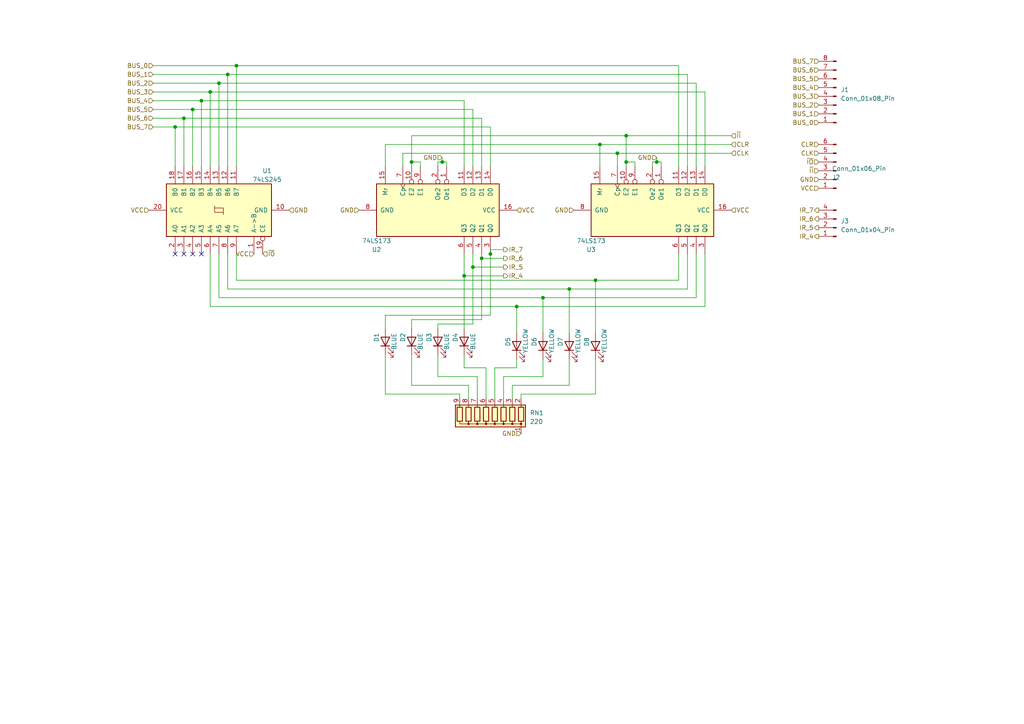
<source format=kicad_sch>
(kicad_sch (version 20230121) (generator eeschema)

  (uuid 2474ab13-a6b5-4f8d-93f9-125f5cc50f89)

  (paper "A4")

  (lib_symbols
    (symbol "74xx:74LS173" (pin_names (offset 1.016)) (in_bom yes) (on_board yes)
      (property "Reference" "U" (at -7.62 19.05 0)
        (effects (font (size 1.27 1.27)))
      )
      (property "Value" "74LS173" (at -7.62 -19.05 0)
        (effects (font (size 1.27 1.27)))
      )
      (property "Footprint" "" (at 0 0 0)
        (effects (font (size 1.27 1.27)) hide)
      )
      (property "Datasheet" "http://www.ti.com/lit/gpn/sn74LS173" (at 0 0 0)
        (effects (font (size 1.27 1.27)) hide)
      )
      (property "ki_locked" "" (at 0 0 0)
        (effects (font (size 1.27 1.27)))
      )
      (property "ki_keywords" "TTL REG REG4 3State DFF" (at 0 0 0)
        (effects (font (size 1.27 1.27)) hide)
      )
      (property "ki_description" "4-bit D-type Register, 3 state out" (at 0 0 0)
        (effects (font (size 1.27 1.27)) hide)
      )
      (property "ki_fp_filters" "DIP?16*" (at 0 0 0)
        (effects (font (size 1.27 1.27)) hide)
      )
      (symbol "74LS173_1_0"
        (pin input inverted (at -12.7 2.54 0) (length 5.08)
          (name "Oe1" (effects (font (size 1.27 1.27))))
          (number "1" (effects (font (size 1.27 1.27))))
        )
        (pin input inverted (at -12.7 -7.62 0) (length 5.08)
          (name "E2" (effects (font (size 1.27 1.27))))
          (number "10" (effects (font (size 1.27 1.27))))
        )
        (pin input line (at -12.7 7.62 0) (length 5.08)
          (name "D3" (effects (font (size 1.27 1.27))))
          (number "11" (effects (font (size 1.27 1.27))))
        )
        (pin input line (at -12.7 10.16 0) (length 5.08)
          (name "D2" (effects (font (size 1.27 1.27))))
          (number "12" (effects (font (size 1.27 1.27))))
        )
        (pin input line (at -12.7 12.7 0) (length 5.08)
          (name "D1" (effects (font (size 1.27 1.27))))
          (number "13" (effects (font (size 1.27 1.27))))
        )
        (pin input line (at -12.7 15.24 0) (length 5.08)
          (name "D0" (effects (font (size 1.27 1.27))))
          (number "14" (effects (font (size 1.27 1.27))))
        )
        (pin input line (at -12.7 -15.24 0) (length 5.08)
          (name "Mr" (effects (font (size 1.27 1.27))))
          (number "15" (effects (font (size 1.27 1.27))))
        )
        (pin power_in line (at 0 22.86 270) (length 5.08)
          (name "VCC" (effects (font (size 1.27 1.27))))
          (number "16" (effects (font (size 1.27 1.27))))
        )
        (pin input inverted (at -12.7 0 0) (length 5.08)
          (name "Oe2" (effects (font (size 1.27 1.27))))
          (number "2" (effects (font (size 1.27 1.27))))
        )
        (pin tri_state line (at 12.7 15.24 180) (length 5.08)
          (name "Q0" (effects (font (size 1.27 1.27))))
          (number "3" (effects (font (size 1.27 1.27))))
        )
        (pin tri_state line (at 12.7 12.7 180) (length 5.08)
          (name "Q1" (effects (font (size 1.27 1.27))))
          (number "4" (effects (font (size 1.27 1.27))))
        )
        (pin tri_state line (at 12.7 10.16 180) (length 5.08)
          (name "Q2" (effects (font (size 1.27 1.27))))
          (number "5" (effects (font (size 1.27 1.27))))
        )
        (pin tri_state line (at 12.7 7.62 180) (length 5.08)
          (name "Q3" (effects (font (size 1.27 1.27))))
          (number "6" (effects (font (size 1.27 1.27))))
        )
        (pin input clock (at -12.7 -10.16 0) (length 5.08)
          (name "Cp" (effects (font (size 1.27 1.27))))
          (number "7" (effects (font (size 1.27 1.27))))
        )
        (pin power_in line (at 0 -22.86 90) (length 5.08)
          (name "GND" (effects (font (size 1.27 1.27))))
          (number "8" (effects (font (size 1.27 1.27))))
        )
        (pin input inverted (at -12.7 -5.08 0) (length 5.08)
          (name "E1" (effects (font (size 1.27 1.27))))
          (number "9" (effects (font (size 1.27 1.27))))
        )
      )
      (symbol "74LS173_1_1"
        (rectangle (start -7.62 17.78) (end 7.62 -17.78)
          (stroke (width 0.254) (type default))
          (fill (type background))
        )
      )
    )
    (symbol "74xx:74LS245" (pin_names (offset 1.016)) (in_bom yes) (on_board yes)
      (property "Reference" "U" (at -7.62 16.51 0)
        (effects (font (size 1.27 1.27)))
      )
      (property "Value" "74LS245" (at -7.62 -16.51 0)
        (effects (font (size 1.27 1.27)))
      )
      (property "Footprint" "" (at 0 0 0)
        (effects (font (size 1.27 1.27)) hide)
      )
      (property "Datasheet" "http://www.ti.com/lit/gpn/sn74LS245" (at 0 0 0)
        (effects (font (size 1.27 1.27)) hide)
      )
      (property "ki_locked" "" (at 0 0 0)
        (effects (font (size 1.27 1.27)))
      )
      (property "ki_keywords" "TTL BUS 3State" (at 0 0 0)
        (effects (font (size 1.27 1.27)) hide)
      )
      (property "ki_description" "Octal BUS Transceivers, 3-State outputs" (at 0 0 0)
        (effects (font (size 1.27 1.27)) hide)
      )
      (property "ki_fp_filters" "DIP?20*" (at 0 0 0)
        (effects (font (size 1.27 1.27)) hide)
      )
      (symbol "74LS245_1_0"
        (polyline
          (pts
            (xy -0.635 -1.27)
            (xy -0.635 1.27)
            (xy 0.635 1.27)
          )
          (stroke (width 0) (type default))
          (fill (type none))
        )
        (polyline
          (pts
            (xy -1.27 -1.27)
            (xy 0.635 -1.27)
            (xy 0.635 1.27)
            (xy 1.27 1.27)
          )
          (stroke (width 0) (type default))
          (fill (type none))
        )
        (pin input line (at -12.7 -10.16 0) (length 5.08)
          (name "A->B" (effects (font (size 1.27 1.27))))
          (number "1" (effects (font (size 1.27 1.27))))
        )
        (pin power_in line (at 0 -20.32 90) (length 5.08)
          (name "GND" (effects (font (size 1.27 1.27))))
          (number "10" (effects (font (size 1.27 1.27))))
        )
        (pin tri_state line (at 12.7 -5.08 180) (length 5.08)
          (name "B7" (effects (font (size 1.27 1.27))))
          (number "11" (effects (font (size 1.27 1.27))))
        )
        (pin tri_state line (at 12.7 -2.54 180) (length 5.08)
          (name "B6" (effects (font (size 1.27 1.27))))
          (number "12" (effects (font (size 1.27 1.27))))
        )
        (pin tri_state line (at 12.7 0 180) (length 5.08)
          (name "B5" (effects (font (size 1.27 1.27))))
          (number "13" (effects (font (size 1.27 1.27))))
        )
        (pin tri_state line (at 12.7 2.54 180) (length 5.08)
          (name "B4" (effects (font (size 1.27 1.27))))
          (number "14" (effects (font (size 1.27 1.27))))
        )
        (pin tri_state line (at 12.7 5.08 180) (length 5.08)
          (name "B3" (effects (font (size 1.27 1.27))))
          (number "15" (effects (font (size 1.27 1.27))))
        )
        (pin tri_state line (at 12.7 7.62 180) (length 5.08)
          (name "B2" (effects (font (size 1.27 1.27))))
          (number "16" (effects (font (size 1.27 1.27))))
        )
        (pin tri_state line (at 12.7 10.16 180) (length 5.08)
          (name "B1" (effects (font (size 1.27 1.27))))
          (number "17" (effects (font (size 1.27 1.27))))
        )
        (pin tri_state line (at 12.7 12.7 180) (length 5.08)
          (name "B0" (effects (font (size 1.27 1.27))))
          (number "18" (effects (font (size 1.27 1.27))))
        )
        (pin input inverted (at -12.7 -12.7 0) (length 5.08)
          (name "CE" (effects (font (size 1.27 1.27))))
          (number "19" (effects (font (size 1.27 1.27))))
        )
        (pin tri_state line (at -12.7 12.7 0) (length 5.08)
          (name "A0" (effects (font (size 1.27 1.27))))
          (number "2" (effects (font (size 1.27 1.27))))
        )
        (pin power_in line (at 0 20.32 270) (length 5.08)
          (name "VCC" (effects (font (size 1.27 1.27))))
          (number "20" (effects (font (size 1.27 1.27))))
        )
        (pin tri_state line (at -12.7 10.16 0) (length 5.08)
          (name "A1" (effects (font (size 1.27 1.27))))
          (number "3" (effects (font (size 1.27 1.27))))
        )
        (pin tri_state line (at -12.7 7.62 0) (length 5.08)
          (name "A2" (effects (font (size 1.27 1.27))))
          (number "4" (effects (font (size 1.27 1.27))))
        )
        (pin tri_state line (at -12.7 5.08 0) (length 5.08)
          (name "A3" (effects (font (size 1.27 1.27))))
          (number "5" (effects (font (size 1.27 1.27))))
        )
        (pin tri_state line (at -12.7 2.54 0) (length 5.08)
          (name "A4" (effects (font (size 1.27 1.27))))
          (number "6" (effects (font (size 1.27 1.27))))
        )
        (pin tri_state line (at -12.7 0 0) (length 5.08)
          (name "A5" (effects (font (size 1.27 1.27))))
          (number "7" (effects (font (size 1.27 1.27))))
        )
        (pin tri_state line (at -12.7 -2.54 0) (length 5.08)
          (name "A6" (effects (font (size 1.27 1.27))))
          (number "8" (effects (font (size 1.27 1.27))))
        )
        (pin tri_state line (at -12.7 -5.08 0) (length 5.08)
          (name "A7" (effects (font (size 1.27 1.27))))
          (number "9" (effects (font (size 1.27 1.27))))
        )
      )
      (symbol "74LS245_1_1"
        (rectangle (start -7.62 15.24) (end 7.62 -15.24)
          (stroke (width 0.254) (type default))
          (fill (type background))
        )
      )
    )
    (symbol "Connector:Conn_01x04_Pin" (pin_names (offset 1.016) hide) (in_bom yes) (on_board yes)
      (property "Reference" "J" (at 0 5.08 0)
        (effects (font (size 1.27 1.27)))
      )
      (property "Value" "Conn_01x04_Pin" (at 0 -7.62 0)
        (effects (font (size 1.27 1.27)))
      )
      (property "Footprint" "" (at 0 0 0)
        (effects (font (size 1.27 1.27)) hide)
      )
      (property "Datasheet" "~" (at 0 0 0)
        (effects (font (size 1.27 1.27)) hide)
      )
      (property "ki_locked" "" (at 0 0 0)
        (effects (font (size 1.27 1.27)))
      )
      (property "ki_keywords" "connector" (at 0 0 0)
        (effects (font (size 1.27 1.27)) hide)
      )
      (property "ki_description" "Generic connector, single row, 01x04, script generated" (at 0 0 0)
        (effects (font (size 1.27 1.27)) hide)
      )
      (property "ki_fp_filters" "Connector*:*_1x??_*" (at 0 0 0)
        (effects (font (size 1.27 1.27)) hide)
      )
      (symbol "Conn_01x04_Pin_1_1"
        (polyline
          (pts
            (xy 1.27 -5.08)
            (xy 0.8636 -5.08)
          )
          (stroke (width 0.1524) (type default))
          (fill (type none))
        )
        (polyline
          (pts
            (xy 1.27 -2.54)
            (xy 0.8636 -2.54)
          )
          (stroke (width 0.1524) (type default))
          (fill (type none))
        )
        (polyline
          (pts
            (xy 1.27 0)
            (xy 0.8636 0)
          )
          (stroke (width 0.1524) (type default))
          (fill (type none))
        )
        (polyline
          (pts
            (xy 1.27 2.54)
            (xy 0.8636 2.54)
          )
          (stroke (width 0.1524) (type default))
          (fill (type none))
        )
        (rectangle (start 0.8636 -4.953) (end 0 -5.207)
          (stroke (width 0.1524) (type default))
          (fill (type outline))
        )
        (rectangle (start 0.8636 -2.413) (end 0 -2.667)
          (stroke (width 0.1524) (type default))
          (fill (type outline))
        )
        (rectangle (start 0.8636 0.127) (end 0 -0.127)
          (stroke (width 0.1524) (type default))
          (fill (type outline))
        )
        (rectangle (start 0.8636 2.667) (end 0 2.413)
          (stroke (width 0.1524) (type default))
          (fill (type outline))
        )
        (pin passive line (at 5.08 2.54 180) (length 3.81)
          (name "Pin_1" (effects (font (size 1.27 1.27))))
          (number "1" (effects (font (size 1.27 1.27))))
        )
        (pin passive line (at 5.08 0 180) (length 3.81)
          (name "Pin_2" (effects (font (size 1.27 1.27))))
          (number "2" (effects (font (size 1.27 1.27))))
        )
        (pin passive line (at 5.08 -2.54 180) (length 3.81)
          (name "Pin_3" (effects (font (size 1.27 1.27))))
          (number "3" (effects (font (size 1.27 1.27))))
        )
        (pin passive line (at 5.08 -5.08 180) (length 3.81)
          (name "Pin_4" (effects (font (size 1.27 1.27))))
          (number "4" (effects (font (size 1.27 1.27))))
        )
      )
    )
    (symbol "Connector:Conn_01x06_Pin" (pin_names (offset 1.016) hide) (in_bom yes) (on_board yes)
      (property "Reference" "J2" (at 1.27 1.905 0)
        (effects (font (size 1.27 1.27)) (justify right))
      )
      (property "Value" "Conn_01x06_Pin" (at 1.27 -0.635 0)
        (effects (font (size 1.27 1.27)) (justify right))
      )
      (property "Footprint" "Connector_PinHeader_2.54mm:PinHeader_1x06_P2.54mm_Vertical" (at 0 0 0)
        (effects (font (size 1.27 1.27)) hide)
      )
      (property "Datasheet" "~" (at 0 0 0)
        (effects (font (size 1.27 1.27)) hide)
      )
      (property "ki_locked" "" (at 0 0 0)
        (effects (font (size 1.27 1.27)))
      )
      (property "ki_keywords" "connector" (at 0 0 0)
        (effects (font (size 1.27 1.27)) hide)
      )
      (property "ki_description" "Generic connector, single row, 01x06, script generated" (at 0 0 0)
        (effects (font (size 1.27 1.27)) hide)
      )
      (property "ki_fp_filters" "Connector*:*_1x??_*" (at 0 0 0)
        (effects (font (size 1.27 1.27)) hide)
      )
      (symbol "Conn_01x06_Pin_1_1"
        (polyline
          (pts
            (xy 1.27 -7.62)
            (xy 0.8636 -7.62)
          )
          (stroke (width 0.1524) (type default))
          (fill (type none))
        )
        (polyline
          (pts
            (xy 1.27 -5.08)
            (xy 0.8636 -5.08)
          )
          (stroke (width 0.1524) (type default))
          (fill (type none))
        )
        (polyline
          (pts
            (xy 1.27 -2.54)
            (xy 0.8636 -2.54)
          )
          (stroke (width 0.1524) (type default))
          (fill (type none))
        )
        (polyline
          (pts
            (xy 1.27 0)
            (xy 0.8636 0)
          )
          (stroke (width 0.1524) (type default))
          (fill (type none))
        )
        (polyline
          (pts
            (xy 1.27 2.54)
            (xy 0.8636 2.54)
          )
          (stroke (width 0.1524) (type default))
          (fill (type none))
        )
        (polyline
          (pts
            (xy 1.27 5.08)
            (xy 0.8636 5.08)
          )
          (stroke (width 0.1524) (type default))
          (fill (type none))
        )
        (rectangle (start 0.8636 -7.493) (end 0 -7.747)
          (stroke (width 0.1524) (type default))
          (fill (type outline))
        )
        (rectangle (start 0.8636 -4.953) (end 0 -5.207)
          (stroke (width 0.1524) (type default))
          (fill (type outline))
        )
        (rectangle (start 0.8636 -2.413) (end 0 -2.667)
          (stroke (width 0.1524) (type default))
          (fill (type outline))
        )
        (rectangle (start 0.8636 0.127) (end 0 -0.127)
          (stroke (width 0.1524) (type default))
          (fill (type outline))
        )
        (rectangle (start 0.8636 2.667) (end 0 2.413)
          (stroke (width 0.1524) (type default))
          (fill (type outline))
        )
        (rectangle (start 0.8636 5.207) (end 0 4.953)
          (stroke (width 0.1524) (type default))
          (fill (type outline))
        )
        (pin power_out line (at 5.08 5.08 180) (length 3.81)
          (name "Pin_1" (effects (font (size 1.27 1.27))))
          (number "1" (effects (font (size 1.27 1.27))))
        )
        (pin power_out line (at 5.08 2.54 180) (length 3.81)
          (name "Pin_2" (effects (font (size 1.27 1.27))))
          (number "2" (effects (font (size 1.27 1.27))))
        )
        (pin passive line (at 5.08 0 180) (length 3.81)
          (name "Pin_3" (effects (font (size 1.27 1.27))))
          (number "3" (effects (font (size 1.27 1.27))))
        )
        (pin passive line (at 5.08 -2.54 180) (length 3.81)
          (name "Pin_4" (effects (font (size 1.27 1.27))))
          (number "4" (effects (font (size 1.27 1.27))))
        )
        (pin passive line (at 5.08 -5.08 180) (length 3.81)
          (name "Pin_5" (effects (font (size 1.27 1.27))))
          (number "5" (effects (font (size 1.27 1.27))))
        )
        (pin passive line (at 5.08 -7.62 180) (length 3.81)
          (name "Pin_6" (effects (font (size 1.27 1.27))))
          (number "6" (effects (font (size 1.27 1.27))))
        )
      )
    )
    (symbol "Connector:Conn_01x08_Pin" (pin_names (offset 1.016) hide) (in_bom yes) (on_board yes)
      (property "Reference" "J" (at 0 10.16 0)
        (effects (font (size 1.27 1.27)))
      )
      (property "Value" "Conn_01x08_Pin" (at 0 -12.7 0)
        (effects (font (size 1.27 1.27)))
      )
      (property "Footprint" "" (at 0 0 0)
        (effects (font (size 1.27 1.27)) hide)
      )
      (property "Datasheet" "~" (at 0 0 0)
        (effects (font (size 1.27 1.27)) hide)
      )
      (property "ki_locked" "" (at 0 0 0)
        (effects (font (size 1.27 1.27)))
      )
      (property "ki_keywords" "connector" (at 0 0 0)
        (effects (font (size 1.27 1.27)) hide)
      )
      (property "ki_description" "Generic connector, single row, 01x08, script generated" (at 0 0 0)
        (effects (font (size 1.27 1.27)) hide)
      )
      (property "ki_fp_filters" "Connector*:*_1x??_*" (at 0 0 0)
        (effects (font (size 1.27 1.27)) hide)
      )
      (symbol "Conn_01x08_Pin_1_1"
        (polyline
          (pts
            (xy 1.27 -10.16)
            (xy 0.8636 -10.16)
          )
          (stroke (width 0.1524) (type default))
          (fill (type none))
        )
        (polyline
          (pts
            (xy 1.27 -7.62)
            (xy 0.8636 -7.62)
          )
          (stroke (width 0.1524) (type default))
          (fill (type none))
        )
        (polyline
          (pts
            (xy 1.27 -5.08)
            (xy 0.8636 -5.08)
          )
          (stroke (width 0.1524) (type default))
          (fill (type none))
        )
        (polyline
          (pts
            (xy 1.27 -2.54)
            (xy 0.8636 -2.54)
          )
          (stroke (width 0.1524) (type default))
          (fill (type none))
        )
        (polyline
          (pts
            (xy 1.27 0)
            (xy 0.8636 0)
          )
          (stroke (width 0.1524) (type default))
          (fill (type none))
        )
        (polyline
          (pts
            (xy 1.27 2.54)
            (xy 0.8636 2.54)
          )
          (stroke (width 0.1524) (type default))
          (fill (type none))
        )
        (polyline
          (pts
            (xy 1.27 5.08)
            (xy 0.8636 5.08)
          )
          (stroke (width 0.1524) (type default))
          (fill (type none))
        )
        (polyline
          (pts
            (xy 1.27 7.62)
            (xy 0.8636 7.62)
          )
          (stroke (width 0.1524) (type default))
          (fill (type none))
        )
        (rectangle (start 0.8636 -10.033) (end 0 -10.287)
          (stroke (width 0.1524) (type default))
          (fill (type outline))
        )
        (rectangle (start 0.8636 -7.493) (end 0 -7.747)
          (stroke (width 0.1524) (type default))
          (fill (type outline))
        )
        (rectangle (start 0.8636 -4.953) (end 0 -5.207)
          (stroke (width 0.1524) (type default))
          (fill (type outline))
        )
        (rectangle (start 0.8636 -2.413) (end 0 -2.667)
          (stroke (width 0.1524) (type default))
          (fill (type outline))
        )
        (rectangle (start 0.8636 0.127) (end 0 -0.127)
          (stroke (width 0.1524) (type default))
          (fill (type outline))
        )
        (rectangle (start 0.8636 2.667) (end 0 2.413)
          (stroke (width 0.1524) (type default))
          (fill (type outline))
        )
        (rectangle (start 0.8636 5.207) (end 0 4.953)
          (stroke (width 0.1524) (type default))
          (fill (type outline))
        )
        (rectangle (start 0.8636 7.747) (end 0 7.493)
          (stroke (width 0.1524) (type default))
          (fill (type outline))
        )
        (pin passive line (at 5.08 7.62 180) (length 3.81)
          (name "Pin_1" (effects (font (size 1.27 1.27))))
          (number "1" (effects (font (size 1.27 1.27))))
        )
        (pin passive line (at 5.08 5.08 180) (length 3.81)
          (name "Pin_2" (effects (font (size 1.27 1.27))))
          (number "2" (effects (font (size 1.27 1.27))))
        )
        (pin passive line (at 5.08 2.54 180) (length 3.81)
          (name "Pin_3" (effects (font (size 1.27 1.27))))
          (number "3" (effects (font (size 1.27 1.27))))
        )
        (pin passive line (at 5.08 0 180) (length 3.81)
          (name "Pin_4" (effects (font (size 1.27 1.27))))
          (number "4" (effects (font (size 1.27 1.27))))
        )
        (pin passive line (at 5.08 -2.54 180) (length 3.81)
          (name "Pin_5" (effects (font (size 1.27 1.27))))
          (number "5" (effects (font (size 1.27 1.27))))
        )
        (pin passive line (at 5.08 -5.08 180) (length 3.81)
          (name "Pin_6" (effects (font (size 1.27 1.27))))
          (number "6" (effects (font (size 1.27 1.27))))
        )
        (pin passive line (at 5.08 -7.62 180) (length 3.81)
          (name "Pin_7" (effects (font (size 1.27 1.27))))
          (number "7" (effects (font (size 1.27 1.27))))
        )
        (pin passive line (at 5.08 -10.16 180) (length 3.81)
          (name "Pin_8" (effects (font (size 1.27 1.27))))
          (number "8" (effects (font (size 1.27 1.27))))
        )
      )
    )
    (symbol "Device:LED" (pin_numbers hide) (pin_names (offset 1.016) hide) (in_bom yes) (on_board yes)
      (property "Reference" "D" (at 0 2.54 0)
        (effects (font (size 1.27 1.27)))
      )
      (property "Value" "LED" (at 0 -2.54 0)
        (effects (font (size 1.27 1.27)))
      )
      (property "Footprint" "" (at 0 0 0)
        (effects (font (size 1.27 1.27)) hide)
      )
      (property "Datasheet" "~" (at 0 0 0)
        (effects (font (size 1.27 1.27)) hide)
      )
      (property "ki_keywords" "LED diode" (at 0 0 0)
        (effects (font (size 1.27 1.27)) hide)
      )
      (property "ki_description" "Light emitting diode" (at 0 0 0)
        (effects (font (size 1.27 1.27)) hide)
      )
      (property "ki_fp_filters" "LED* LED_SMD:* LED_THT:*" (at 0 0 0)
        (effects (font (size 1.27 1.27)) hide)
      )
      (symbol "LED_0_1"
        (polyline
          (pts
            (xy -1.27 -1.27)
            (xy -1.27 1.27)
          )
          (stroke (width 0.254) (type default))
          (fill (type none))
        )
        (polyline
          (pts
            (xy -1.27 0)
            (xy 1.27 0)
          )
          (stroke (width 0) (type default))
          (fill (type none))
        )
        (polyline
          (pts
            (xy 1.27 -1.27)
            (xy 1.27 1.27)
            (xy -1.27 0)
            (xy 1.27 -1.27)
          )
          (stroke (width 0.254) (type default))
          (fill (type none))
        )
        (polyline
          (pts
            (xy -3.048 -0.762)
            (xy -4.572 -2.286)
            (xy -3.81 -2.286)
            (xy -4.572 -2.286)
            (xy -4.572 -1.524)
          )
          (stroke (width 0) (type default))
          (fill (type none))
        )
        (polyline
          (pts
            (xy -1.778 -0.762)
            (xy -3.302 -2.286)
            (xy -2.54 -2.286)
            (xy -3.302 -2.286)
            (xy -3.302 -1.524)
          )
          (stroke (width 0) (type default))
          (fill (type none))
        )
      )
      (symbol "LED_1_1"
        (pin passive line (at -3.81 0 0) (length 2.54)
          (name "K" (effects (font (size 1.27 1.27))))
          (number "1" (effects (font (size 1.27 1.27))))
        )
        (pin passive line (at 3.81 0 180) (length 2.54)
          (name "A" (effects (font (size 1.27 1.27))))
          (number "2" (effects (font (size 1.27 1.27))))
        )
      )
    )
    (symbol "Device:R_Network08" (pin_names (offset 0) hide) (in_bom yes) (on_board yes)
      (property "Reference" "RN" (at -12.7 0 90)
        (effects (font (size 1.27 1.27)))
      )
      (property "Value" "R_Network08" (at 10.16 0 90)
        (effects (font (size 1.27 1.27)))
      )
      (property "Footprint" "Resistor_THT:R_Array_SIP9" (at 12.065 0 90)
        (effects (font (size 1.27 1.27)) hide)
      )
      (property "Datasheet" "http://www.vishay.com/docs/31509/csc.pdf" (at 0 0 0)
        (effects (font (size 1.27 1.27)) hide)
      )
      (property "ki_keywords" "R network star-topology" (at 0 0 0)
        (effects (font (size 1.27 1.27)) hide)
      )
      (property "ki_description" "8 resistor network, star topology, bussed resistors, small symbol" (at 0 0 0)
        (effects (font (size 1.27 1.27)) hide)
      )
      (property "ki_fp_filters" "R?Array?SIP*" (at 0 0 0)
        (effects (font (size 1.27 1.27)) hide)
      )
      (symbol "R_Network08_0_1"
        (rectangle (start -11.43 -3.175) (end 8.89 3.175)
          (stroke (width 0.254) (type default))
          (fill (type background))
        )
        (rectangle (start -10.922 1.524) (end -9.398 -2.54)
          (stroke (width 0.254) (type default))
          (fill (type none))
        )
        (circle (center -10.16 2.286) (radius 0.254)
          (stroke (width 0) (type default))
          (fill (type outline))
        )
        (rectangle (start -8.382 1.524) (end -6.858 -2.54)
          (stroke (width 0.254) (type default))
          (fill (type none))
        )
        (circle (center -7.62 2.286) (radius 0.254)
          (stroke (width 0) (type default))
          (fill (type outline))
        )
        (rectangle (start -5.842 1.524) (end -4.318 -2.54)
          (stroke (width 0.254) (type default))
          (fill (type none))
        )
        (circle (center -5.08 2.286) (radius 0.254)
          (stroke (width 0) (type default))
          (fill (type outline))
        )
        (rectangle (start -3.302 1.524) (end -1.778 -2.54)
          (stroke (width 0.254) (type default))
          (fill (type none))
        )
        (circle (center -2.54 2.286) (radius 0.254)
          (stroke (width 0) (type default))
          (fill (type outline))
        )
        (rectangle (start -0.762 1.524) (end 0.762 -2.54)
          (stroke (width 0.254) (type default))
          (fill (type none))
        )
        (polyline
          (pts
            (xy -10.16 -2.54)
            (xy -10.16 -3.81)
          )
          (stroke (width 0) (type default))
          (fill (type none))
        )
        (polyline
          (pts
            (xy -7.62 -2.54)
            (xy -7.62 -3.81)
          )
          (stroke (width 0) (type default))
          (fill (type none))
        )
        (polyline
          (pts
            (xy -5.08 -2.54)
            (xy -5.08 -3.81)
          )
          (stroke (width 0) (type default))
          (fill (type none))
        )
        (polyline
          (pts
            (xy -2.54 -2.54)
            (xy -2.54 -3.81)
          )
          (stroke (width 0) (type default))
          (fill (type none))
        )
        (polyline
          (pts
            (xy 0 -2.54)
            (xy 0 -3.81)
          )
          (stroke (width 0) (type default))
          (fill (type none))
        )
        (polyline
          (pts
            (xy 2.54 -2.54)
            (xy 2.54 -3.81)
          )
          (stroke (width 0) (type default))
          (fill (type none))
        )
        (polyline
          (pts
            (xy 5.08 -2.54)
            (xy 5.08 -3.81)
          )
          (stroke (width 0) (type default))
          (fill (type none))
        )
        (polyline
          (pts
            (xy 7.62 -2.54)
            (xy 7.62 -3.81)
          )
          (stroke (width 0) (type default))
          (fill (type none))
        )
        (polyline
          (pts
            (xy -10.16 1.524)
            (xy -10.16 2.286)
            (xy -7.62 2.286)
            (xy -7.62 1.524)
          )
          (stroke (width 0) (type default))
          (fill (type none))
        )
        (polyline
          (pts
            (xy -7.62 1.524)
            (xy -7.62 2.286)
            (xy -5.08 2.286)
            (xy -5.08 1.524)
          )
          (stroke (width 0) (type default))
          (fill (type none))
        )
        (polyline
          (pts
            (xy -5.08 1.524)
            (xy -5.08 2.286)
            (xy -2.54 2.286)
            (xy -2.54 1.524)
          )
          (stroke (width 0) (type default))
          (fill (type none))
        )
        (polyline
          (pts
            (xy -2.54 1.524)
            (xy -2.54 2.286)
            (xy 0 2.286)
            (xy 0 1.524)
          )
          (stroke (width 0) (type default))
          (fill (type none))
        )
        (polyline
          (pts
            (xy 0 1.524)
            (xy 0 2.286)
            (xy 2.54 2.286)
            (xy 2.54 1.524)
          )
          (stroke (width 0) (type default))
          (fill (type none))
        )
        (polyline
          (pts
            (xy 2.54 1.524)
            (xy 2.54 2.286)
            (xy 5.08 2.286)
            (xy 5.08 1.524)
          )
          (stroke (width 0) (type default))
          (fill (type none))
        )
        (polyline
          (pts
            (xy 5.08 1.524)
            (xy 5.08 2.286)
            (xy 7.62 2.286)
            (xy 7.62 1.524)
          )
          (stroke (width 0) (type default))
          (fill (type none))
        )
        (circle (center 0 2.286) (radius 0.254)
          (stroke (width 0) (type default))
          (fill (type outline))
        )
        (rectangle (start 1.778 1.524) (end 3.302 -2.54)
          (stroke (width 0.254) (type default))
          (fill (type none))
        )
        (circle (center 2.54 2.286) (radius 0.254)
          (stroke (width 0) (type default))
          (fill (type outline))
        )
        (rectangle (start 4.318 1.524) (end 5.842 -2.54)
          (stroke (width 0.254) (type default))
          (fill (type none))
        )
        (circle (center 5.08 2.286) (radius 0.254)
          (stroke (width 0) (type default))
          (fill (type outline))
        )
        (rectangle (start 6.858 1.524) (end 8.382 -2.54)
          (stroke (width 0.254) (type default))
          (fill (type none))
        )
      )
      (symbol "R_Network08_1_1"
        (pin passive line (at -10.16 5.08 270) (length 2.54)
          (name "common" (effects (font (size 1.27 1.27))))
          (number "1" (effects (font (size 1.27 1.27))))
        )
        (pin passive line (at -10.16 -5.08 90) (length 1.27)
          (name "R1" (effects (font (size 1.27 1.27))))
          (number "2" (effects (font (size 1.27 1.27))))
        )
        (pin passive line (at -7.62 -5.08 90) (length 1.27)
          (name "R2" (effects (font (size 1.27 1.27))))
          (number "3" (effects (font (size 1.27 1.27))))
        )
        (pin passive line (at -5.08 -5.08 90) (length 1.27)
          (name "R3" (effects (font (size 1.27 1.27))))
          (number "4" (effects (font (size 1.27 1.27))))
        )
        (pin passive line (at -2.54 -5.08 90) (length 1.27)
          (name "R4" (effects (font (size 1.27 1.27))))
          (number "5" (effects (font (size 1.27 1.27))))
        )
        (pin passive line (at 0 -5.08 90) (length 1.27)
          (name "R5" (effects (font (size 1.27 1.27))))
          (number "6" (effects (font (size 1.27 1.27))))
        )
        (pin passive line (at 2.54 -5.08 90) (length 1.27)
          (name "R6" (effects (font (size 1.27 1.27))))
          (number "7" (effects (font (size 1.27 1.27))))
        )
        (pin passive line (at 5.08 -5.08 90) (length 1.27)
          (name "R7" (effects (font (size 1.27 1.27))))
          (number "8" (effects (font (size 1.27 1.27))))
        )
        (pin passive line (at 7.62 -5.08 90) (length 1.27)
          (name "R8" (effects (font (size 1.27 1.27))))
          (number "9" (effects (font (size 1.27 1.27))))
        )
      )
    )
  )


  (junction (at 58.42 29.21) (diameter 0) (color 0 0 0 0)
    (uuid 1525053e-558e-41d5-8a10-525d37a0404f)
  )
  (junction (at 119.38 46.99) (diameter 0) (color 0 0 0 0)
    (uuid 3c22785e-41ca-4239-8f40-6120a106e268)
  )
  (junction (at 68.58 19.05) (diameter 0) (color 0 0 0 0)
    (uuid 5116437a-b4c1-41fe-b44b-f17d323a6d2d)
  )
  (junction (at 142.24 73.66) (diameter 0) (color 0 0 0 0)
    (uuid 5fcd8fff-02fd-446e-b64a-a5381e6c6656)
  )
  (junction (at 181.61 39.37) (diameter 0) (color 0 0 0 0)
    (uuid 66163b6d-d99b-40cb-a799-233baa9bc9b4)
  )
  (junction (at 173.99 41.91) (diameter 0) (color 0 0 0 0)
    (uuid 74ec063e-e845-48d1-bd4e-5e161bfbbbab)
  )
  (junction (at 53.34 34.29) (diameter 0) (color 0 0 0 0)
    (uuid 77f54b06-8027-4b96-baa6-4eda977980bb)
  )
  (junction (at 66.04 21.59) (diameter 0) (color 0 0 0 0)
    (uuid 7ba4b849-91a1-4f46-a205-6d7b0f5e3cbf)
  )
  (junction (at 190.5 46.99) (diameter 0) (color 0 0 0 0)
    (uuid 7f5e6710-a945-4812-8d3d-f0e4122f04ae)
  )
  (junction (at 165.1 83.82) (diameter 0) (color 0 0 0 0)
    (uuid 8c47f2c1-5833-4732-868a-27272cff9847)
  )
  (junction (at 181.61 46.99) (diameter 0) (color 0 0 0 0)
    (uuid 8ffd7efe-b65a-4971-8b09-77627a13aa05)
  )
  (junction (at 172.72 81.28) (diameter 0) (color 0 0 0 0)
    (uuid a8aa628f-cb23-46b3-82b8-054caa6490ef)
  )
  (junction (at 50.8 36.83) (diameter 0) (color 0 0 0 0)
    (uuid ad963e1b-219f-45e9-8e58-ce5626bc60d2)
  )
  (junction (at 149.86 88.9) (diameter 0) (color 0 0 0 0)
    (uuid aee2f8a5-4d47-4228-9f2f-a03ab86e9d2b)
  )
  (junction (at 63.5 24.13) (diameter 0) (color 0 0 0 0)
    (uuid be23382e-a3ea-4719-91d2-20368e03891f)
  )
  (junction (at 134.62 80.01) (diameter 0) (color 0 0 0 0)
    (uuid c6caeb72-7824-40a1-87cd-6f61c3aae972)
  )
  (junction (at 55.88 31.75) (diameter 0) (color 0 0 0 0)
    (uuid e2528d35-4b4a-4993-bfec-e6082b5bb381)
  )
  (junction (at 137.16 77.47) (diameter 0) (color 0 0 0 0)
    (uuid e6b82bc2-f5ae-4738-b873-c4a48e7c7a48)
  )
  (junction (at 157.48 86.36) (diameter 0) (color 0 0 0 0)
    (uuid e7c31f8e-1c8d-433a-8e2e-794257baa650)
  )
  (junction (at 179.07 44.45) (diameter 0) (color 0 0 0 0)
    (uuid f4059247-7694-4417-9701-54fdae4244a9)
  )
  (junction (at 60.96 26.67) (diameter 0) (color 0 0 0 0)
    (uuid fa4efec4-4e59-4d00-9fac-b2ef7d2b0091)
  )
  (junction (at 139.7 74.93) (diameter 0) (color 0 0 0 0)
    (uuid fc8f65df-34f9-4ef1-9e91-a151f8fb97f6)
  )
  (junction (at 128.27 46.99) (diameter 0) (color 0 0 0 0)
    (uuid fc9265bc-239d-4339-95c7-97efff52282b)
  )

  (no_connect (at 50.8 73.66) (uuid 610a32b4-5ad4-4332-8cc4-df4a68037688))
  (no_connect (at 53.34 73.66) (uuid 65db51c5-35e1-4d96-a845-412962c8f00d))
  (no_connect (at 55.88 73.66) (uuid 8ca98106-5757-4d57-89ba-98e51b1587cf))
  (no_connect (at 58.42 73.66) (uuid e828d113-f300-467f-a2e2-3248930ff5b4))

  (wire (pts (xy 157.48 86.36) (xy 157.48 96.52))
    (stroke (width 0) (type default))
    (uuid 008f0460-9a78-42bd-b548-1fff99953eb0)
  )
  (wire (pts (xy 127 109.22) (xy 138.43 109.22))
    (stroke (width 0) (type default))
    (uuid 04341491-f075-49ee-b43a-0b85afed50ee)
  )
  (wire (pts (xy 66.04 83.82) (xy 165.1 83.82))
    (stroke (width 0) (type default))
    (uuid 0442bd76-1d94-45a6-a9c4-f18d206c28e5)
  )
  (wire (pts (xy 44.45 34.29) (xy 53.34 34.29))
    (stroke (width 0) (type default))
    (uuid 0867ec31-bd51-4308-87c1-324c4065ae06)
  )
  (wire (pts (xy 199.39 48.26) (xy 199.39 21.59))
    (stroke (width 0) (type default))
    (uuid 08ac61ca-dab9-4ba8-9fcb-1598827703b0)
  )
  (wire (pts (xy 63.5 24.13) (xy 63.5 48.26))
    (stroke (width 0) (type default))
    (uuid 0e9fb208-c017-4729-b940-3873165199f8)
  )
  (wire (pts (xy 111.76 114.3) (xy 133.35 114.3))
    (stroke (width 0) (type default))
    (uuid 12e51ecc-c8d8-4389-b3c7-6512b7648b79)
  )
  (wire (pts (xy 127 46.99) (xy 128.27 46.99))
    (stroke (width 0) (type default))
    (uuid 1347a634-6d36-4862-9624-3fda6c11a932)
  )
  (wire (pts (xy 50.8 36.83) (xy 44.45 36.83))
    (stroke (width 0) (type default))
    (uuid 169a5bbe-4b27-4e68-9cca-4c82d1e0ca41)
  )
  (wire (pts (xy 139.7 92.71) (xy 119.38 92.71))
    (stroke (width 0) (type default))
    (uuid 1711ef37-2393-477d-9ba4-23ed33a21d25)
  )
  (wire (pts (xy 196.85 19.05) (xy 196.85 48.26))
    (stroke (width 0) (type default))
    (uuid 17ddd433-a649-41b5-b9bc-4499033166f2)
  )
  (wire (pts (xy 181.61 46.99) (xy 184.15 46.99))
    (stroke (width 0) (type default))
    (uuid 18d103d9-5373-41d0-8446-87da87af1fdf)
  )
  (wire (pts (xy 111.76 102.87) (xy 111.76 114.3))
    (stroke (width 0) (type default))
    (uuid 1f30562f-6255-4dea-a649-242a21a08452)
  )
  (wire (pts (xy 139.7 48.26) (xy 139.7 34.29))
    (stroke (width 0) (type default))
    (uuid 24cadbd7-e08b-42bd-a2b2-e698b51b1ac3)
  )
  (wire (pts (xy 60.96 48.26) (xy 60.96 26.67))
    (stroke (width 0) (type default))
    (uuid 31e7edb5-26d7-4717-bbff-431ff181163e)
  )
  (wire (pts (xy 212.09 39.37) (xy 181.61 39.37))
    (stroke (width 0) (type default))
    (uuid 33f3387f-507f-491f-83aa-bc7d5f9ec4ef)
  )
  (wire (pts (xy 127 48.26) (xy 127 46.99))
    (stroke (width 0) (type default))
    (uuid 36ce9e84-5bdf-4434-ac63-9295dda1756d)
  )
  (wire (pts (xy 137.16 31.75) (xy 137.16 48.26))
    (stroke (width 0) (type default))
    (uuid 39487687-9baf-4f52-a500-b11fe66113ea)
  )
  (wire (pts (xy 135.89 111.76) (xy 119.38 111.76))
    (stroke (width 0) (type default))
    (uuid 3ae816a8-6a4d-4dab-bcf4-79d56d445afe)
  )
  (wire (pts (xy 142.24 72.39) (xy 142.24 73.66))
    (stroke (width 0) (type default))
    (uuid 3b3973b3-eae8-424d-920b-26b3c82dbac8)
  )
  (wire (pts (xy 50.8 48.26) (xy 50.8 36.83))
    (stroke (width 0) (type default))
    (uuid 3eb13e09-8838-49e5-9b5a-cc1cea2b7db0)
  )
  (wire (pts (xy 55.88 48.26) (xy 55.88 31.75))
    (stroke (width 0) (type default))
    (uuid 42ac2f9a-5341-416b-85c0-5aded38e9a61)
  )
  (wire (pts (xy 68.58 73.66) (xy 68.58 81.28))
    (stroke (width 0) (type default))
    (uuid 452ee0de-0786-4e87-8931-7eed4d9157e9)
  )
  (wire (pts (xy 140.97 106.68) (xy 140.97 115.57))
    (stroke (width 0) (type default))
    (uuid 46229bd8-0efd-4eae-a3d5-be32b20ab615)
  )
  (wire (pts (xy 157.48 109.22) (xy 146.05 109.22))
    (stroke (width 0) (type default))
    (uuid 48e6e272-b92e-4e79-b9c4-1dba75902304)
  )
  (wire (pts (xy 204.47 26.67) (xy 60.96 26.67))
    (stroke (width 0) (type default))
    (uuid 493bad79-4c5d-45a4-886c-f99a0345a324)
  )
  (wire (pts (xy 111.76 91.44) (xy 142.24 91.44))
    (stroke (width 0) (type default))
    (uuid 4bb3e0a8-f7b2-4cf7-a17a-1009a2626137)
  )
  (wire (pts (xy 134.62 102.87) (xy 134.62 106.68))
    (stroke (width 0) (type default))
    (uuid 4cdcba16-94dd-4006-9141-c0024597ed6e)
  )
  (wire (pts (xy 128.27 46.99) (xy 129.54 46.99))
    (stroke (width 0) (type default))
    (uuid 4d239753-04f0-497e-812a-e3a3bc4ef477)
  )
  (wire (pts (xy 201.93 24.13) (xy 201.93 48.26))
    (stroke (width 0) (type default))
    (uuid 4dfc0f16-15ba-4672-886f-662a3cbd4128)
  )
  (wire (pts (xy 172.72 81.28) (xy 172.72 96.52))
    (stroke (width 0) (type default))
    (uuid 4fdffe21-7001-4fdd-ba08-96ef0c8445b1)
  )
  (wire (pts (xy 128.27 45.72) (xy 128.27 46.99))
    (stroke (width 0) (type default))
    (uuid 50596d31-e65a-4432-9812-482d157a112c)
  )
  (wire (pts (xy 134.62 106.68) (xy 140.97 106.68))
    (stroke (width 0) (type default))
    (uuid 517d6c3b-ba68-48be-97df-b79e0339f575)
  )
  (wire (pts (xy 119.38 111.76) (xy 119.38 102.87))
    (stroke (width 0) (type default))
    (uuid 52d22439-7425-47cb-9802-60ae159d91a5)
  )
  (wire (pts (xy 173.99 41.91) (xy 173.99 48.26))
    (stroke (width 0) (type default))
    (uuid 532dc15b-2547-4de0-ab38-8b9e1f86b739)
  )
  (wire (pts (xy 66.04 48.26) (xy 66.04 21.59))
    (stroke (width 0) (type default))
    (uuid 54da3a8e-3d0d-475e-b92f-e7332cd6f194)
  )
  (wire (pts (xy 199.39 21.59) (xy 66.04 21.59))
    (stroke (width 0) (type default))
    (uuid 550f1879-30be-4ed2-acd7-974819c359b1)
  )
  (wire (pts (xy 53.34 34.29) (xy 139.7 34.29))
    (stroke (width 0) (type default))
    (uuid 57778075-012e-4748-a49f-3deeb4c8e988)
  )
  (wire (pts (xy 148.59 115.57) (xy 148.59 111.76))
    (stroke (width 0) (type default))
    (uuid 5a75098e-ab65-4e9c-ba45-0e84a4def8f1)
  )
  (wire (pts (xy 119.38 46.99) (xy 119.38 39.37))
    (stroke (width 0) (type default))
    (uuid 5c3b7047-77e0-48be-adf4-41e385c06eb9)
  )
  (wire (pts (xy 60.96 26.67) (xy 44.45 26.67))
    (stroke (width 0) (type default))
    (uuid 5dbe554d-b445-40f3-920f-c3e7e69c24a9)
  )
  (wire (pts (xy 172.72 104.14) (xy 172.72 114.3))
    (stroke (width 0) (type default))
    (uuid 5ee4cb80-ee1a-43e0-a8a5-b23d39a7f6ce)
  )
  (wire (pts (xy 189.23 46.99) (xy 190.5 46.99))
    (stroke (width 0) (type default))
    (uuid 65e0922d-74fb-4b7f-9ce0-d24387d344f4)
  )
  (wire (pts (xy 139.7 74.93) (xy 139.7 92.71))
    (stroke (width 0) (type default))
    (uuid 6865b526-5b54-4589-9657-a0023928f52c)
  )
  (wire (pts (xy 44.45 29.21) (xy 58.42 29.21))
    (stroke (width 0) (type default))
    (uuid 6b66f67e-eb2e-4f99-9d9d-21658337e94e)
  )
  (wire (pts (xy 173.99 41.91) (xy 212.09 41.91))
    (stroke (width 0) (type default))
    (uuid 6c1bbb87-5894-45bc-9efd-736c206eb33a)
  )
  (wire (pts (xy 137.16 77.47) (xy 137.16 93.98))
    (stroke (width 0) (type default))
    (uuid 6ce7d80f-75f2-4998-9389-3543b4b5dd15)
  )
  (wire (pts (xy 184.15 46.99) (xy 184.15 48.26))
    (stroke (width 0) (type default))
    (uuid 6d73af19-0ebb-496a-aa0b-239c8acb4ba9)
  )
  (wire (pts (xy 181.61 39.37) (xy 181.61 46.99))
    (stroke (width 0) (type default))
    (uuid 71c3ee99-dec1-4ca7-b125-02514c77d6b4)
  )
  (wire (pts (xy 151.13 114.3) (xy 151.13 115.57))
    (stroke (width 0) (type default))
    (uuid 725608d3-512c-4584-a311-e35568bd2bac)
  )
  (wire (pts (xy 127 93.98) (xy 127 95.25))
    (stroke (width 0) (type default))
    (uuid 730bb64b-3f98-4485-8d8c-6d2209dab2a5)
  )
  (wire (pts (xy 199.39 83.82) (xy 199.39 73.66))
    (stroke (width 0) (type default))
    (uuid 73cb04ec-aa10-49cf-82c5-917b8abe4d7e)
  )
  (wire (pts (xy 134.62 73.66) (xy 134.62 80.01))
    (stroke (width 0) (type default))
    (uuid 74d81bbe-9874-47d2-8b00-686e0c79cb62)
  )
  (wire (pts (xy 138.43 109.22) (xy 138.43 115.57))
    (stroke (width 0) (type default))
    (uuid 78515a7f-7265-4d1d-87ba-c7e389cb711a)
  )
  (wire (pts (xy 172.72 81.28) (xy 68.58 81.28))
    (stroke (width 0) (type default))
    (uuid 79d14956-eb67-48b2-ae65-5f49514043a2)
  )
  (wire (pts (xy 142.24 48.26) (xy 142.24 36.83))
    (stroke (width 0) (type default))
    (uuid 7b10f1cf-7c96-4004-8228-4292f69f3873)
  )
  (wire (pts (xy 146.05 109.22) (xy 146.05 115.57))
    (stroke (width 0) (type default))
    (uuid 7d7fdc88-ec08-4fe5-84bc-5c3523ee4449)
  )
  (wire (pts (xy 196.85 73.66) (xy 196.85 81.28))
    (stroke (width 0) (type default))
    (uuid 864a2a23-672b-436b-99d8-0bffd6be4155)
  )
  (wire (pts (xy 139.7 74.93) (xy 146.05 74.93))
    (stroke (width 0) (type default))
    (uuid 87db2077-8734-47b1-9406-5f9d4314d411)
  )
  (wire (pts (xy 53.34 34.29) (xy 53.34 48.26))
    (stroke (width 0) (type default))
    (uuid 88d447fa-eb4d-4f09-ba41-d32cd98c3647)
  )
  (wire (pts (xy 119.38 46.99) (xy 121.92 46.99))
    (stroke (width 0) (type default))
    (uuid 899ed712-ffc1-4708-80ea-70e535a11361)
  )
  (wire (pts (xy 68.58 19.05) (xy 68.58 48.26))
    (stroke (width 0) (type default))
    (uuid 8ae9a826-4b27-4521-8070-8531318e532c)
  )
  (wire (pts (xy 134.62 29.21) (xy 58.42 29.21))
    (stroke (width 0) (type default))
    (uuid 8bb45f3f-dd46-46b1-ac87-fa143ea3d9a4)
  )
  (wire (pts (xy 111.76 95.25) (xy 111.76 91.44))
    (stroke (width 0) (type default))
    (uuid 8ce9c021-d97a-49a7-b9d8-34482fbdc143)
  )
  (wire (pts (xy 212.09 44.45) (xy 179.07 44.45))
    (stroke (width 0) (type default))
    (uuid 8d8d1dca-fca1-48bf-9cee-8c894258633b)
  )
  (wire (pts (xy 134.62 48.26) (xy 134.62 29.21))
    (stroke (width 0) (type default))
    (uuid 90932c24-d255-428d-bbe0-c410791c056c)
  )
  (wire (pts (xy 181.61 46.99) (xy 181.61 48.26))
    (stroke (width 0) (type default))
    (uuid 95fcedd2-fceb-4738-b049-8d9bfb54f51b)
  )
  (wire (pts (xy 190.5 46.99) (xy 191.77 46.99))
    (stroke (width 0) (type default))
    (uuid 96189fcb-1c14-46b9-8255-3b0091800383)
  )
  (wire (pts (xy 55.88 31.75) (xy 137.16 31.75))
    (stroke (width 0) (type default))
    (uuid 9735bf2d-3d61-4815-a07d-fe78b73214d1)
  )
  (wire (pts (xy 148.59 111.76) (xy 165.1 111.76))
    (stroke (width 0) (type default))
    (uuid 987d8643-17e8-4864-95c7-e933bbeb245a)
  )
  (wire (pts (xy 60.96 88.9) (xy 149.86 88.9))
    (stroke (width 0) (type default))
    (uuid 9a61201c-5ed7-45c2-8ae8-fc750d177e2d)
  )
  (wire (pts (xy 119.38 46.99) (xy 119.38 48.26))
    (stroke (width 0) (type default))
    (uuid 9c969e6f-16e2-4da2-a6a3-e9dd20c01674)
  )
  (wire (pts (xy 190.5 45.72) (xy 190.5 46.99))
    (stroke (width 0) (type default))
    (uuid 9d6700c5-e2fd-4eb1-a987-0b6003d907ba)
  )
  (wire (pts (xy 127 102.87) (xy 127 109.22))
    (stroke (width 0) (type default))
    (uuid a51edfd8-9de9-4369-92e1-a3503b6a8a8f)
  )
  (wire (pts (xy 204.47 48.26) (xy 204.47 26.67))
    (stroke (width 0) (type default))
    (uuid a6f016e7-03f7-4857-85b6-f510198e1cd6)
  )
  (wire (pts (xy 149.86 88.9) (xy 149.86 96.52))
    (stroke (width 0) (type default))
    (uuid a7bfbfd8-e641-43a6-bc3d-2a4f99ca2679)
  )
  (wire (pts (xy 204.47 88.9) (xy 204.47 73.66))
    (stroke (width 0) (type default))
    (uuid a953c3a4-0e94-4cc9-b63f-53ec0cf0fb67)
  )
  (wire (pts (xy 201.93 73.66) (xy 201.93 86.36))
    (stroke (width 0) (type default))
    (uuid a9671540-a8d4-4ba2-a652-5e8a61d4606e)
  )
  (wire (pts (xy 165.1 83.82) (xy 199.39 83.82))
    (stroke (width 0) (type default))
    (uuid b297a6a2-b695-4147-b696-b5cd383ee0ff)
  )
  (wire (pts (xy 111.76 48.26) (xy 111.76 41.91))
    (stroke (width 0) (type default))
    (uuid b38a6fed-142f-4f25-a672-739400449458)
  )
  (wire (pts (xy 149.86 106.68) (xy 143.51 106.68))
    (stroke (width 0) (type default))
    (uuid b661009e-22f9-4866-bf03-9b40856b6b72)
  )
  (wire (pts (xy 179.07 44.45) (xy 116.84 44.45))
    (stroke (width 0) (type default))
    (uuid b675647f-a726-436d-bbc7-ddc8326a7a75)
  )
  (wire (pts (xy 58.42 29.21) (xy 58.42 48.26))
    (stroke (width 0) (type default))
    (uuid b74708b5-440e-424a-87b1-28fb60c6fb39)
  )
  (wire (pts (xy 116.84 44.45) (xy 116.84 48.26))
    (stroke (width 0) (type default))
    (uuid b74ddf26-e32d-4ce5-a4bd-4aed6c0a5886)
  )
  (wire (pts (xy 149.86 88.9) (xy 204.47 88.9))
    (stroke (width 0) (type default))
    (uuid bb001caa-f1d1-4bf6-911d-5cac9305cc2c)
  )
  (wire (pts (xy 63.5 24.13) (xy 201.93 24.13))
    (stroke (width 0) (type default))
    (uuid bf73468f-4cb4-4199-8312-e2fd981d46a2)
  )
  (wire (pts (xy 119.38 39.37) (xy 181.61 39.37))
    (stroke (width 0) (type default))
    (uuid c1c676ac-070f-4b5a-bef0-04417006d099)
  )
  (wire (pts (xy 146.05 77.47) (xy 137.16 77.47))
    (stroke (width 0) (type default))
    (uuid c22121ad-731b-43f0-90a6-21fc2990d1d5)
  )
  (wire (pts (xy 129.54 46.99) (xy 129.54 48.26))
    (stroke (width 0) (type default))
    (uuid c39cf1fd-244f-4b22-b5aa-50866247aa88)
  )
  (wire (pts (xy 66.04 21.59) (xy 44.45 21.59))
    (stroke (width 0) (type default))
    (uuid c46ff9f1-58ec-4f45-aea4-ae1dfd64717e)
  )
  (wire (pts (xy 50.8 36.83) (xy 142.24 36.83))
    (stroke (width 0) (type default))
    (uuid c60b06c3-1084-4a8b-b309-b3bacc9db42f)
  )
  (wire (pts (xy 165.1 111.76) (xy 165.1 104.14))
    (stroke (width 0) (type default))
    (uuid c79c8352-ac29-4837-aa6a-0cd8aa7350f9)
  )
  (wire (pts (xy 135.89 115.57) (xy 135.89 111.76))
    (stroke (width 0) (type default))
    (uuid c80e3ce4-8120-4e3f-a66b-d4481fd01988)
  )
  (wire (pts (xy 55.88 31.75) (xy 44.45 31.75))
    (stroke (width 0) (type default))
    (uuid c958ff46-7df3-4861-82f6-bceeaff6d948)
  )
  (wire (pts (xy 189.23 48.26) (xy 189.23 46.99))
    (stroke (width 0) (type default))
    (uuid d260cf9e-f368-4cef-b094-7fef41834bf1)
  )
  (wire (pts (xy 165.1 83.82) (xy 165.1 96.52))
    (stroke (width 0) (type default))
    (uuid d2c16b3a-331c-4e8d-8290-be5f8bf92e8c)
  )
  (wire (pts (xy 134.62 80.01) (xy 134.62 95.25))
    (stroke (width 0) (type default))
    (uuid d3c163a3-8d22-40b1-9ead-5e2b4c5ff9fc)
  )
  (wire (pts (xy 157.48 104.14) (xy 157.48 109.22))
    (stroke (width 0) (type default))
    (uuid d64bdcf7-ac3a-49b4-8c04-82bedaffff18)
  )
  (wire (pts (xy 66.04 73.66) (xy 66.04 83.82))
    (stroke (width 0) (type default))
    (uuid d78ec3b4-fd6d-4b86-a58a-4a110c7bc401)
  )
  (wire (pts (xy 146.05 72.39) (xy 142.24 72.39))
    (stroke (width 0) (type default))
    (uuid d860190a-1655-41d0-8c3b-917425e1921f)
  )
  (wire (pts (xy 172.72 114.3) (xy 151.13 114.3))
    (stroke (width 0) (type default))
    (uuid dfa9d5cb-124a-4e56-80a0-9e1a6da27265)
  )
  (wire (pts (xy 149.86 104.14) (xy 149.86 106.68))
    (stroke (width 0) (type default))
    (uuid e238846f-087c-4144-858f-b606ad4df383)
  )
  (wire (pts (xy 196.85 81.28) (xy 172.72 81.28))
    (stroke (width 0) (type default))
    (uuid e322f32e-69a2-47b1-9af5-25f9ccef1ee6)
  )
  (wire (pts (xy 157.48 86.36) (xy 63.5 86.36))
    (stroke (width 0) (type default))
    (uuid e3b1e2ec-16bb-4690-b44d-97b7a69f2f45)
  )
  (wire (pts (xy 44.45 24.13) (xy 63.5 24.13))
    (stroke (width 0) (type default))
    (uuid e486dd22-72be-4abf-90d6-800105ddd6c1)
  )
  (wire (pts (xy 143.51 106.68) (xy 143.51 115.57))
    (stroke (width 0) (type default))
    (uuid eb236236-c079-49ba-a0b5-2e8c828a6dba)
  )
  (wire (pts (xy 142.24 91.44) (xy 142.24 73.66))
    (stroke (width 0) (type default))
    (uuid ec71ac03-d862-41f9-b2b9-91c0d16b0ab7)
  )
  (wire (pts (xy 60.96 73.66) (xy 60.96 88.9))
    (stroke (width 0) (type default))
    (uuid ee3eca47-e098-4e65-be5b-6c6d93274638)
  )
  (wire (pts (xy 201.93 86.36) (xy 157.48 86.36))
    (stroke (width 0) (type default))
    (uuid ef6cba48-b61b-487c-a0c2-bb94332cdc3d)
  )
  (wire (pts (xy 146.05 80.01) (xy 134.62 80.01))
    (stroke (width 0) (type default))
    (uuid efc8522a-023a-4e85-ad31-bfc6b99e66fb)
  )
  (wire (pts (xy 121.92 46.99) (xy 121.92 48.26))
    (stroke (width 0) (type default))
    (uuid f27b84fb-c352-4816-9252-599d49fb7339)
  )
  (wire (pts (xy 111.76 41.91) (xy 173.99 41.91))
    (stroke (width 0) (type default))
    (uuid f3642184-60f4-448c-b757-4110469413c3)
  )
  (wire (pts (xy 63.5 86.36) (xy 63.5 73.66))
    (stroke (width 0) (type default))
    (uuid f4624000-61bf-4cc5-9290-96e5d6a92d33)
  )
  (wire (pts (xy 137.16 93.98) (xy 127 93.98))
    (stroke (width 0) (type default))
    (uuid f4c5a408-b10a-4ea9-b086-ea1250f1f8d5)
  )
  (wire (pts (xy 179.07 44.45) (xy 179.07 48.26))
    (stroke (width 0) (type default))
    (uuid f68d74a0-a394-42b8-9b15-0c1902da3484)
  )
  (wire (pts (xy 191.77 46.99) (xy 191.77 48.26))
    (stroke (width 0) (type default))
    (uuid f7c04e9f-ebcf-4c0b-b7a4-9b4f9496c5ec)
  )
  (wire (pts (xy 119.38 92.71) (xy 119.38 95.25))
    (stroke (width 0) (type default))
    (uuid f80e008b-397d-4928-bda7-88db9a56ef6a)
  )
  (wire (pts (xy 44.45 19.05) (xy 68.58 19.05))
    (stroke (width 0) (type default))
    (uuid f9544ee5-f752-4f59-9057-14a8298e1def)
  )
  (wire (pts (xy 137.16 73.66) (xy 137.16 77.47))
    (stroke (width 0) (type default))
    (uuid fc13011f-a6cc-432f-9017-a8f0a92b9de1)
  )
  (wire (pts (xy 139.7 73.66) (xy 139.7 74.93))
    (stroke (width 0) (type default))
    (uuid fd3e0872-00fa-4ca9-b875-c1cb7cb44837)
  )
  (wire (pts (xy 133.35 114.3) (xy 133.35 115.57))
    (stroke (width 0) (type default))
    (uuid fd7dfeda-d406-4d09-9f43-02f6fa3900c5)
  )
  (wire (pts (xy 68.58 19.05) (xy 196.85 19.05))
    (stroke (width 0) (type default))
    (uuid ff709552-6349-42e2-bffb-32cf95ac31a6)
  )

  (hierarchical_label "IR_5" (shape output) (at 146.05 77.47 0) (fields_autoplaced)
    (effects (font (size 1.27 1.27)) (justify left))
    (uuid 0389d3b2-0912-43d1-9d8a-1a25dd00945d)
  )
  (hierarchical_label "CLK" (shape input) (at 237.49 44.45 180) (fields_autoplaced)
    (effects (font (size 1.27 1.27)) (justify right))
    (uuid 0ee9480a-fb2a-493c-9d34-e460af939122)
  )
  (hierarchical_label "BUS_4" (shape input) (at 237.49 25.4 180) (fields_autoplaced)
    (effects (font (size 1.27 1.27)) (justify right))
    (uuid 0fbf93ef-d4c1-44e4-acac-d649b7960d6f)
  )
  (hierarchical_label "IR_6" (shape output) (at 146.05 74.93 0) (fields_autoplaced)
    (effects (font (size 1.27 1.27)) (justify left))
    (uuid 129c2944-d614-4865-a2de-6386a3266021)
  )
  (hierarchical_label "GND" (shape input) (at 166.37 60.96 180) (fields_autoplaced)
    (effects (font (size 1.27 1.27)) (justify right))
    (uuid 14d6cf1a-393a-4458-acb3-dd33e8889045)
  )
  (hierarchical_label "~{II}" (shape input) (at 212.09 39.37 0) (fields_autoplaced)
    (effects (font (size 1.27 1.27)) (justify left))
    (uuid 26e32295-baf3-4edf-aa84-dbe36a1b5f6d)
  )
  (hierarchical_label "VCC" (shape input) (at 212.09 60.96 0) (fields_autoplaced)
    (effects (font (size 1.27 1.27)) (justify left))
    (uuid 2f257f14-22dd-4f1a-89c3-e6a2d5c347f4)
  )
  (hierarchical_label "CLK" (shape input) (at 212.09 44.45 0) (fields_autoplaced)
    (effects (font (size 1.27 1.27)) (justify left))
    (uuid 30d805a3-edd8-4588-8d55-a62d16032191)
  )
  (hierarchical_label "IR_5" (shape output) (at 237.49 66.04 180) (fields_autoplaced)
    (effects (font (size 1.27 1.27)) (justify right))
    (uuid 435847d2-7beb-40a8-8484-c624c53ef614)
  )
  (hierarchical_label "BUS_0" (shape input) (at 44.45 19.05 180) (fields_autoplaced)
    (effects (font (size 1.27 1.27)) (justify right))
    (uuid 4fbb5cf6-672f-4f8d-928a-6ae31c32c585)
  )
  (hierarchical_label "BUS_3" (shape input) (at 44.45 26.67 180) (fields_autoplaced)
    (effects (font (size 1.27 1.27)) (justify right))
    (uuid 5c2f732d-7ff5-43ca-ab19-51b49fac9f36)
  )
  (hierarchical_label "BUS_6" (shape input) (at 237.49 20.32 180) (fields_autoplaced)
    (effects (font (size 1.27 1.27)) (justify right))
    (uuid 5f46ae34-e983-4ed8-9371-f0dc443dcb7a)
  )
  (hierarchical_label "BUS_1" (shape input) (at 44.45 21.59 180) (fields_autoplaced)
    (effects (font (size 1.27 1.27)) (justify right))
    (uuid 62eed844-0f33-49a1-a136-0f9add42bd44)
  )
  (hierarchical_label "VCC" (shape input) (at 43.18 60.96 180) (fields_autoplaced)
    (effects (font (size 1.27 1.27)) (justify right))
    (uuid 65d5395b-4738-4e47-a1cd-075c322f653d)
  )
  (hierarchical_label "IR_4" (shape output) (at 237.49 68.58 180) (fields_autoplaced)
    (effects (font (size 1.27 1.27)) (justify right))
    (uuid 69ad7127-6dbb-411d-a2e1-3102cdf86086)
  )
  (hierarchical_label "~{IO}" (shape input) (at 76.2 73.66 0) (fields_autoplaced)
    (effects (font (size 1.27 1.27)) (justify left))
    (uuid 69c92601-cc9b-4ca2-80a9-9e54598e29a0)
  )
  (hierarchical_label "GND" (shape input) (at 151.13 125.73 180) (fields_autoplaced)
    (effects (font (size 1.27 1.27)) (justify right))
    (uuid 75adbd4e-34d2-42fe-979a-1b313f56c358)
  )
  (hierarchical_label "~{II}" (shape input) (at 237.49 49.53 180) (fields_autoplaced)
    (effects (font (size 1.27 1.27)) (justify right))
    (uuid 8757e4a0-9308-4b30-ad7d-3084e86c6f9e)
  )
  (hierarchical_label "~{IO}" (shape input) (at 237.49 46.99 180) (fields_autoplaced)
    (effects (font (size 1.27 1.27)) (justify right))
    (uuid 8ceea5dc-cfe6-44c2-925f-5eec7edd549e)
  )
  (hierarchical_label "BUS_3" (shape input) (at 237.49 27.94 180) (fields_autoplaced)
    (effects (font (size 1.27 1.27)) (justify right))
    (uuid 8f122067-0194-4db8-a92b-6b4cc6d3f217)
  )
  (hierarchical_label "GND" (shape input) (at 128.27 45.72 180) (fields_autoplaced)
    (effects (font (size 1.27 1.27)) (justify right))
    (uuid 8f73a22d-d2cf-4a54-af52-cdc6ce1ee9a3)
  )
  (hierarchical_label "IR_7" (shape output) (at 237.49 60.96 180) (fields_autoplaced)
    (effects (font (size 1.27 1.27)) (justify right))
    (uuid 940de455-a380-429d-8791-9707cb852af0)
  )
  (hierarchical_label "BUS_6" (shape input) (at 44.45 34.29 180) (fields_autoplaced)
    (effects (font (size 1.27 1.27)) (justify right))
    (uuid 9474ffea-7fde-49da-af28-2d4f9600d746)
  )
  (hierarchical_label "CLR" (shape input) (at 237.49 41.91 180) (fields_autoplaced)
    (effects (font (size 1.27 1.27)) (justify right))
    (uuid 985d93b0-9441-4d0c-b8d9-cbcdc2338e82)
  )
  (hierarchical_label "IR_7" (shape output) (at 146.05 72.39 0) (fields_autoplaced)
    (effects (font (size 1.27 1.27)) (justify left))
    (uuid 99bde86c-0b7b-427e-a3cd-fd776bebf27f)
  )
  (hierarchical_label "BUS_5" (shape input) (at 44.45 31.75 180) (fields_autoplaced)
    (effects (font (size 1.27 1.27)) (justify right))
    (uuid 9ca34509-df2f-4c3f-83c9-92453be1e0a7)
  )
  (hierarchical_label "CLR" (shape input) (at 212.09 41.91 0) (fields_autoplaced)
    (effects (font (size 1.27 1.27)) (justify left))
    (uuid a42c3718-888a-4b13-948d-715e20d886d5)
  )
  (hierarchical_label "BUS_2" (shape input) (at 44.45 24.13 180) (fields_autoplaced)
    (effects (font (size 1.27 1.27)) (justify right))
    (uuid a5171c99-4843-4384-bde9-3c8138febfe7)
  )
  (hierarchical_label "BUS_0" (shape input) (at 237.49 35.56 180) (fields_autoplaced)
    (effects (font (size 1.27 1.27)) (justify right))
    (uuid a9369840-79a2-4c92-99c4-afdd2012687a)
  )
  (hierarchical_label "IR_6" (shape output) (at 237.49 63.5 180) (fields_autoplaced)
    (effects (font (size 1.27 1.27)) (justify right))
    (uuid ade5ee62-2932-46a3-8e56-934752855e0c)
  )
  (hierarchical_label "VCC" (shape input) (at 73.66 73.66 180) (fields_autoplaced)
    (effects (font (size 1.27 1.27)) (justify right))
    (uuid b3f802bd-de26-484f-81e8-717b42793695)
  )
  (hierarchical_label "GND" (shape input) (at 190.5 45.72 180) (fields_autoplaced)
    (effects (font (size 1.27 1.27)) (justify right))
    (uuid bb590a83-9a4a-453e-a684-8bc52ff4aea6)
  )
  (hierarchical_label "BUS_5" (shape input) (at 237.49 22.86 180) (fields_autoplaced)
    (effects (font (size 1.27 1.27)) (justify right))
    (uuid c1173908-a04c-45a9-816a-8c40bb5f72b0)
  )
  (hierarchical_label "BUS_7" (shape input) (at 44.45 36.83 180) (fields_autoplaced)
    (effects (font (size 1.27 1.27)) (justify right))
    (uuid c49cb9e3-9857-4cef-82ac-6058a55a41c1)
  )
  (hierarchical_label "VCC" (shape input) (at 149.86 60.96 0) (fields_autoplaced)
    (effects (font (size 1.27 1.27)) (justify left))
    (uuid c762a22a-e350-42a8-8d83-50a5749227d4)
  )
  (hierarchical_label "BUS_7" (shape input) (at 237.49 17.78 180) (fields_autoplaced)
    (effects (font (size 1.27 1.27)) (justify right))
    (uuid cd953077-28e3-44e8-8bb9-778d74ea4875)
  )
  (hierarchical_label "GND" (shape input) (at 83.82 60.96 0) (fields_autoplaced)
    (effects (font (size 1.27 1.27)) (justify left))
    (uuid d53a8418-eb90-4a9c-a079-789512faf8c6)
  )
  (hierarchical_label "IR_4" (shape output) (at 146.05 80.01 0) (fields_autoplaced)
    (effects (font (size 1.27 1.27)) (justify left))
    (uuid d9c5a46d-9ed1-42fb-b8dc-3a9e6cff646f)
  )
  (hierarchical_label "GND" (shape input) (at 237.49 52.07 180) (fields_autoplaced)
    (effects (font (size 1.27 1.27)) (justify right))
    (uuid de35e199-6e3e-4966-9438-2ec8767f622c)
  )
  (hierarchical_label "VCC" (shape input) (at 237.49 54.61 180) (fields_autoplaced)
    (effects (font (size 1.27 1.27)) (justify right))
    (uuid e5dde241-8859-4ed0-9eaa-98cbf64ad423)
  )
  (hierarchical_label "BUS_1" (shape input) (at 237.49 33.02 180) (fields_autoplaced)
    (effects (font (size 1.27 1.27)) (justify right))
    (uuid e733fcfe-f8e5-43b8-8006-1302832f3549)
  )
  (hierarchical_label "GND" (shape input) (at 104.14 60.96 180) (fields_autoplaced)
    (effects (font (size 1.27 1.27)) (justify right))
    (uuid f5a70c33-0303-4e5b-ade0-85a131180847)
  )
  (hierarchical_label "BUS_2" (shape input) (at 237.49 30.48 180) (fields_autoplaced)
    (effects (font (size 1.27 1.27)) (justify right))
    (uuid f8fbfa58-709e-435d-8eb7-10ec324c5a39)
  )
  (hierarchical_label "BUS_4" (shape input) (at 44.45 29.21 180) (fields_autoplaced)
    (effects (font (size 1.27 1.27)) (justify right))
    (uuid fdce7be9-17d2-499c-afd5-e41e8d0b0a2c)
  )

  (symbol (lib_id "74xx:74LS173") (at 127 60.96 270) (unit 1)
    (in_bom yes) (on_board yes) (dnp no)
    (uuid 056be9ab-b6af-4b1a-b3ab-1f79189f597e)
    (property "Reference" "U2" (at 109.22 72.39 90)
      (effects (font (size 1.27 1.27)))
    )
    (property "Value" "74LS173" (at 109.22 69.85 90)
      (effects (font (size 1.27 1.27)))
    )
    (property "Footprint" "Package_DIP:DIP-16_W7.62mm_Socket" (at 127 60.96 0)
      (effects (font (size 1.27 1.27)) hide)
    )
    (property "Datasheet" "http://www.ti.com/lit/gpn/sn74LS173" (at 127 60.96 0)
      (effects (font (size 1.27 1.27)) hide)
    )
    (pin "1" (uuid 0ab00785-ae91-42b6-952f-b8d799ce4afd))
    (pin "10" (uuid 0ab243f2-2f2d-44d2-9740-5f3e005c6cc8))
    (pin "11" (uuid 291a7e5c-428e-418c-8d96-d1e680ff6acf))
    (pin "12" (uuid 41e03ef5-8b5d-48a9-8da5-d2f0da212fb9))
    (pin "13" (uuid 5162f5d2-f8f6-43e9-87c6-537e6f69f4ad))
    (pin "14" (uuid 563aad5f-f5f9-4a14-8a7d-fabebaeab06f))
    (pin "15" (uuid c4eddb83-72d1-4121-9d9c-99bafb48876c))
    (pin "16" (uuid fb2fcf49-6967-46d8-8710-94b867826a72))
    (pin "2" (uuid 33ddb876-44bb-48a2-8548-f18910e19107))
    (pin "3" (uuid d3b887b0-4fff-48fc-8c4a-708adddf2470))
    (pin "4" (uuid 0ab39835-72ca-4ff4-8ea9-ba8396f9ca4a))
    (pin "5" (uuid 6711e45c-2229-48f3-bff8-0aaa1724fb39))
    (pin "6" (uuid 2fb6da29-0a77-4b2c-b51f-0de3279f1125))
    (pin "7" (uuid dddd7468-0e20-4a80-a6a6-b491e9b3487d))
    (pin "8" (uuid 008e701c-3b6e-465a-bb4f-44757c453822))
    (pin "9" (uuid c9a4e66d-dd95-47f4-abb9-56db6ea93a52))
    (instances
      (project "8bc_ir"
        (path "/2474ab13-a6b5-4f8d-93f9-125f5cc50f89"
          (reference "U2") (unit 1)
        )
      )
    )
  )

  (symbol (lib_id "Device:LED") (at 111.76 99.06 90) (unit 1)
    (in_bom yes) (on_board yes) (dnp no)
    (uuid 086ad670-2527-4966-b59a-e568dc2359ea)
    (property "Reference" "D1" (at 109.22 96.52 0)
      (effects (font (size 1.27 1.27)) (justify right))
    )
    (property "Value" "BLUE" (at 114.3 96.52 0)
      (effects (font (size 1.27 1.27)) (justify right))
    )
    (property "Footprint" "LED_THT:LED_D5.0mm" (at 111.76 99.06 0)
      (effects (font (size 1.27 1.27)) hide)
    )
    (property "Datasheet" "~" (at 111.76 99.06 0)
      (effects (font (size 1.27 1.27)) hide)
    )
    (pin "1" (uuid 02faef71-0a1c-4d8b-a70e-7fc79976cdc5))
    (pin "2" (uuid 231ec56e-6fc5-48ff-a630-bf694713e862))
    (instances
      (project "8bc_ir"
        (path "/2474ab13-a6b5-4f8d-93f9-125f5cc50f89"
          (reference "D1") (unit 1)
        )
      )
    )
  )

  (symbol (lib_id "Device:LED") (at 127 99.06 90) (unit 1)
    (in_bom yes) (on_board yes) (dnp no)
    (uuid 1aa8c583-8be6-49ea-a553-4523c38b9550)
    (property "Reference" "D3" (at 124.46 96.52 0)
      (effects (font (size 1.27 1.27)) (justify right))
    )
    (property "Value" "BLUE" (at 129.54 96.52 0)
      (effects (font (size 1.27 1.27)) (justify right))
    )
    (property "Footprint" "LED_THT:LED_D5.0mm" (at 127 99.06 0)
      (effects (font (size 1.27 1.27)) hide)
    )
    (property "Datasheet" "~" (at 127 99.06 0)
      (effects (font (size 1.27 1.27)) hide)
    )
    (pin "1" (uuid 631de843-e63c-45ce-afaf-3e1c99ab8e20))
    (pin "2" (uuid bbe29bab-4444-4ee6-95e9-8da7e5ee88be))
    (instances
      (project "8bc_ir"
        (path "/2474ab13-a6b5-4f8d-93f9-125f5cc50f89"
          (reference "D3") (unit 1)
        )
      )
    )
  )

  (symbol (lib_id "Connector:Conn_01x08_Pin") (at 242.57 27.94 180) (unit 1)
    (in_bom yes) (on_board yes) (dnp no) (fields_autoplaced)
    (uuid 4263280e-fab7-419e-92a4-66dfbeab60ea)
    (property "Reference" "J1" (at 243.84 26.035 0)
      (effects (font (size 1.27 1.27)) (justify right))
    )
    (property "Value" "Conn_01x08_Pin" (at 243.84 28.575 0)
      (effects (font (size 1.27 1.27)) (justify right))
    )
    (property "Footprint" "Connector_PinSocket_2.54mm:PinSocket_1x08_P2.54mm_Vertical" (at 242.57 27.94 0)
      (effects (font (size 1.27 1.27)) hide)
    )
    (property "Datasheet" "~" (at 242.57 27.94 0)
      (effects (font (size 1.27 1.27)) hide)
    )
    (pin "1" (uuid f749054f-020d-488d-8078-9445d0c3aa65))
    (pin "2" (uuid d386b9a7-c865-4df0-9556-a145b3559fe9))
    (pin "3" (uuid c9c03edd-1123-47db-946b-c185221d13b8))
    (pin "4" (uuid ebd18b09-9891-4552-9b4a-0f1e31b1978a))
    (pin "5" (uuid 3b00dc51-73ba-41c6-b8eb-0ad9472eb10e))
    (pin "6" (uuid 81b8fe68-28f6-4c5b-80dc-d8ebf4fdb0c4))
    (pin "7" (uuid 4349f433-6569-410e-af72-287a20a87648))
    (pin "8" (uuid 47ad19bb-6ae1-4c0d-9c9d-1783cb5677fa))
    (instances
      (project "8bc_ir"
        (path "/2474ab13-a6b5-4f8d-93f9-125f5cc50f89"
          (reference "J1") (unit 1)
        )
      )
    )
  )

  (symbol (lib_id "Connector:Conn_01x06_Pin") (at 242.57 49.53 180) (unit 1)
    (in_bom yes) (on_board yes) (dnp no) (fields_autoplaced)
    (uuid 552b3392-db15-4b98-9df2-0d8bdb4b3ccb)
    (property "Reference" "J2" (at 241.3 51.435 0)
      (effects (font (size 1.27 1.27)) (justify right))
    )
    (property "Value" "Conn_01x06_Pin" (at 241.3 48.895 0)
      (effects (font (size 1.27 1.27)) (justify right))
    )
    (property "Footprint" "Connector_PinHeader_2.54mm:PinHeader_1x06_P2.54mm_Vertical" (at 242.57 49.53 0)
      (effects (font (size 1.27 1.27)) hide)
    )
    (property "Datasheet" "~" (at 242.57 49.53 0)
      (effects (font (size 1.27 1.27)) hide)
    )
    (pin "1" (uuid 90911e3c-fb20-4e84-9473-fb655b9fdf7f))
    (pin "2" (uuid b4f23272-cd74-42f7-a488-9e63bacfd2cf))
    (pin "3" (uuid 5242c88f-46de-4f94-924b-a34e3eef24b3))
    (pin "4" (uuid 534a64ac-8bfc-46a1-a2b7-d990927e6563))
    (pin "5" (uuid d820ee81-618e-425a-9ca2-217267e601bc))
    (pin "6" (uuid cb4b9be2-81e7-4c9e-928a-1462ffec8323))
    (instances
      (project "8bc_ir"
        (path "/2474ab13-a6b5-4f8d-93f9-125f5cc50f89"
          (reference "J2") (unit 1)
        )
      )
    )
  )

  (symbol (lib_id "Device:LED") (at 149.86 100.33 90) (unit 1)
    (in_bom yes) (on_board yes) (dnp no)
    (uuid 56c50226-21b6-445f-bf76-bfabf11162f3)
    (property "Reference" "D5" (at 147.32 97.79 0)
      (effects (font (size 1.27 1.27)) (justify right))
    )
    (property "Value" "YELLOW" (at 152.4 95.25 0)
      (effects (font (size 1.27 1.27)) (justify right))
    )
    (property "Footprint" "LED_THT:LED_D5.0mm" (at 149.86 100.33 0)
      (effects (font (size 1.27 1.27)) hide)
    )
    (property "Datasheet" "~" (at 149.86 100.33 0)
      (effects (font (size 1.27 1.27)) hide)
    )
    (pin "1" (uuid 3920b898-979c-4e6c-b3d0-bbce58bf2883))
    (pin "2" (uuid 2eab187e-bb9d-47f3-8e5e-f5383dad74b4))
    (instances
      (project "8bc_ir"
        (path "/2474ab13-a6b5-4f8d-93f9-125f5cc50f89"
          (reference "D5") (unit 1)
        )
      )
    )
  )

  (symbol (lib_id "Device:LED") (at 134.62 99.06 90) (unit 1)
    (in_bom yes) (on_board yes) (dnp no)
    (uuid 5e6de44e-7be9-4938-a01a-eb2bd4131ce3)
    (property "Reference" "D4" (at 132.08 96.52 0)
      (effects (font (size 1.27 1.27)) (justify right))
    )
    (property "Value" "BLUE" (at 137.16 96.52 0)
      (effects (font (size 1.27 1.27)) (justify right))
    )
    (property "Footprint" "LED_THT:LED_D5.0mm" (at 134.62 99.06 0)
      (effects (font (size 1.27 1.27)) hide)
    )
    (property "Datasheet" "~" (at 134.62 99.06 0)
      (effects (font (size 1.27 1.27)) hide)
    )
    (pin "1" (uuid ba644ec1-3ec5-4d62-b9b9-5453bc31ea33))
    (pin "2" (uuid d7e1de05-0b26-4501-b284-259e90ea1f04))
    (instances
      (project "8bc_ir"
        (path "/2474ab13-a6b5-4f8d-93f9-125f5cc50f89"
          (reference "D4") (unit 1)
        )
      )
    )
  )

  (symbol (lib_id "Device:LED") (at 157.48 100.33 90) (unit 1)
    (in_bom yes) (on_board yes) (dnp no)
    (uuid 632faa70-ff61-4480-9ff1-3ec33d85f8fb)
    (property "Reference" "D6" (at 154.94 97.79 0)
      (effects (font (size 1.27 1.27)) (justify right))
    )
    (property "Value" "YELLOW" (at 160.02 95.25 0)
      (effects (font (size 1.27 1.27)) (justify right))
    )
    (property "Footprint" "LED_THT:LED_D5.0mm" (at 157.48 100.33 0)
      (effects (font (size 1.27 1.27)) hide)
    )
    (property "Datasheet" "~" (at 157.48 100.33 0)
      (effects (font (size 1.27 1.27)) hide)
    )
    (pin "1" (uuid ffa0f244-7711-455b-816f-5de6cc1637e0))
    (pin "2" (uuid fceb8082-d88e-4003-b4d1-6083655de90b))
    (instances
      (project "8bc_ir"
        (path "/2474ab13-a6b5-4f8d-93f9-125f5cc50f89"
          (reference "D6") (unit 1)
        )
      )
    )
  )

  (symbol (lib_id "Device:LED") (at 119.38 99.06 90) (unit 1)
    (in_bom yes) (on_board yes) (dnp no)
    (uuid 6846ee8a-a279-4fc8-b726-b302883383cc)
    (property "Reference" "D2" (at 116.84 96.52 0)
      (effects (font (size 1.27 1.27)) (justify right))
    )
    (property "Value" "BLUE" (at 121.92 96.52 0)
      (effects (font (size 1.27 1.27)) (justify right))
    )
    (property "Footprint" "LED_THT:LED_D5.0mm" (at 119.38 99.06 0)
      (effects (font (size 1.27 1.27)) hide)
    )
    (property "Datasheet" "~" (at 119.38 99.06 0)
      (effects (font (size 1.27 1.27)) hide)
    )
    (pin "1" (uuid 7bd5ecf8-e050-4e02-9c30-ae3f509f3d16))
    (pin "2" (uuid 5d2b747a-590a-4dca-b9c6-0f07ef70008b))
    (instances
      (project "8bc_ir"
        (path "/2474ab13-a6b5-4f8d-93f9-125f5cc50f89"
          (reference "D2") (unit 1)
        )
      )
    )
  )

  (symbol (lib_id "Device:LED") (at 165.1 100.33 90) (unit 1)
    (in_bom yes) (on_board yes) (dnp no)
    (uuid 728f6f38-f264-472b-9b23-b6f16f049c5c)
    (property "Reference" "D7" (at 162.56 97.79 0)
      (effects (font (size 1.27 1.27)) (justify right))
    )
    (property "Value" "YELLOW" (at 167.64 95.25 0)
      (effects (font (size 1.27 1.27)) (justify right))
    )
    (property "Footprint" "LED_THT:LED_D5.0mm" (at 165.1 100.33 0)
      (effects (font (size 1.27 1.27)) hide)
    )
    (property "Datasheet" "~" (at 165.1 100.33 0)
      (effects (font (size 1.27 1.27)) hide)
    )
    (pin "1" (uuid 0def1786-b0b4-4dc5-8230-5a4eac00db98))
    (pin "2" (uuid f7db3400-1271-4f36-a1d2-e6fffe59b90d))
    (instances
      (project "8bc_ir"
        (path "/2474ab13-a6b5-4f8d-93f9-125f5cc50f89"
          (reference "D7") (unit 1)
        )
      )
    )
  )

  (symbol (lib_id "Device:R_Network08") (at 140.97 120.65 180) (unit 1)
    (in_bom yes) (on_board yes) (dnp no) (fields_autoplaced)
    (uuid 843eafe1-0f58-476b-95bf-1ee3a6d24342)
    (property "Reference" "RN1" (at 153.67 119.761 0)
      (effects (font (size 1.27 1.27)) (justify right))
    )
    (property "Value" "220" (at 153.67 122.301 0)
      (effects (font (size 1.27 1.27)) (justify right))
    )
    (property "Footprint" "Resistor_THT:R_Array_SIP9" (at 128.905 120.65 90)
      (effects (font (size 1.27 1.27)) hide)
    )
    (property "Datasheet" "http://www.vishay.com/docs/31509/csc.pdf" (at 140.97 120.65 0)
      (effects (font (size 1.27 1.27)) hide)
    )
    (pin "1" (uuid 66f49827-4f33-45f3-99db-297514c554b5))
    (pin "2" (uuid 1abee7c0-8a11-4a01-ad96-0e7fbc1a4990))
    (pin "3" (uuid 71e4a7cc-c7eb-4180-a374-ffca62eea6bf))
    (pin "4" (uuid 61f6c0a8-e4f0-40a1-a9e1-a63a58ebf3d8))
    (pin "5" (uuid aebf65b7-488e-483d-83cb-ee7bfcf3c538))
    (pin "6" (uuid 1d21ba97-1ad7-4f4a-9144-da3c52c7f370))
    (pin "7" (uuid 38f4f52b-1bd3-4042-8096-cbe73d169058))
    (pin "8" (uuid 7dd5c636-81a3-400d-b782-82fc995ea4ef))
    (pin "9" (uuid 96971d38-2cd9-4c88-bf13-37790770b7bd))
    (instances
      (project "8bc_ir"
        (path "/2474ab13-a6b5-4f8d-93f9-125f5cc50f89"
          (reference "RN1") (unit 1)
        )
      )
    )
  )

  (symbol (lib_id "Connector:Conn_01x04_Pin") (at 242.57 66.04 180) (unit 1)
    (in_bom yes) (on_board yes) (dnp no) (fields_autoplaced)
    (uuid a52671be-45fd-4555-bf55-7d5d4932ba9a)
    (property "Reference" "J3" (at 243.84 64.135 0)
      (effects (font (size 1.27 1.27)) (justify right))
    )
    (property "Value" "Conn_01x04_Pin" (at 243.84 66.675 0)
      (effects (font (size 1.27 1.27)) (justify right))
    )
    (property "Footprint" "Connector_PinSocket_2.54mm:PinSocket_1x04_P2.54mm_Vertical" (at 242.57 66.04 0)
      (effects (font (size 1.27 1.27)) hide)
    )
    (property "Datasheet" "~" (at 242.57 66.04 0)
      (effects (font (size 1.27 1.27)) hide)
    )
    (pin "1" (uuid 41958672-9be3-4302-8786-014d7029510e))
    (pin "2" (uuid 5a8fdec1-9614-4605-8eda-b22a2d5fc77f))
    (pin "3" (uuid a2bf2cda-d088-4ac3-b673-f2bbf2b57df6))
    (pin "4" (uuid 60a755fa-5efd-442d-8309-e6629be60483))
    (instances
      (project "8bc_ir"
        (path "/2474ab13-a6b5-4f8d-93f9-125f5cc50f89"
          (reference "J3") (unit 1)
        )
      )
    )
  )

  (symbol (lib_id "74xx:74LS173") (at 189.23 60.96 270) (unit 1)
    (in_bom yes) (on_board yes) (dnp no)
    (uuid d7e125b8-ba4b-409b-9477-e1b453932912)
    (property "Reference" "U3" (at 171.45 72.39 90)
      (effects (font (size 1.27 1.27)))
    )
    (property "Value" "74LS173" (at 171.45 69.85 90)
      (effects (font (size 1.27 1.27)))
    )
    (property "Footprint" "Package_DIP:DIP-16_W7.62mm_Socket" (at 189.23 60.96 0)
      (effects (font (size 1.27 1.27)) hide)
    )
    (property "Datasheet" "http://www.ti.com/lit/gpn/sn74LS173" (at 189.23 60.96 0)
      (effects (font (size 1.27 1.27)) hide)
    )
    (pin "1" (uuid eb791412-62ff-4397-b55a-b480e6ec01a4))
    (pin "10" (uuid 4a404460-ec17-4148-a47b-0faeb66ba1c4))
    (pin "11" (uuid 23e22b0c-9348-4ca3-b7b2-a3acf373e40a))
    (pin "12" (uuid edb49c98-aae0-4206-a3b0-0a479380cda5))
    (pin "13" (uuid c1431265-882c-418f-bce0-905b338dd389))
    (pin "14" (uuid 14a7caa6-b14c-4869-9267-0322bbe4abd3))
    (pin "15" (uuid f5b3b4e8-268f-4e5e-bd74-05029e5da4cb))
    (pin "16" (uuid 52b7386e-a528-466c-acb7-57d320d9ef58))
    (pin "2" (uuid a348a415-b283-4009-b9a3-c0142cffdb1a))
    (pin "3" (uuid ebb41211-0fb7-424b-89a3-01d9d85cd6bf))
    (pin "4" (uuid d69acedf-a2d3-4ff0-9a73-4e45352c5b33))
    (pin "5" (uuid 3ab9b4dc-dfa5-404a-be63-c4b4fe49faf5))
    (pin "6" (uuid 5e249aae-fde7-46e5-b860-8c499bf44140))
    (pin "7" (uuid 3d657568-d74d-4488-af18-804cab2fc07f))
    (pin "8" (uuid 28d5543b-c99f-466d-a263-af8f85065d77))
    (pin "9" (uuid 5091ae05-4ea4-4648-a6ad-95da1a48e475))
    (instances
      (project "8bc_ir"
        (path "/2474ab13-a6b5-4f8d-93f9-125f5cc50f89"
          (reference "U3") (unit 1)
        )
      )
    )
  )

  (symbol (lib_id "Device:LED") (at 172.72 100.33 90) (unit 1)
    (in_bom yes) (on_board yes) (dnp no)
    (uuid f85bc940-9ac2-454b-bbd8-8f58d6ca2253)
    (property "Reference" "D8" (at 170.18 97.79 0)
      (effects (font (size 1.27 1.27)) (justify right))
    )
    (property "Value" "YELLOW" (at 175.26 95.25 0)
      (effects (font (size 1.27 1.27)) (justify right))
    )
    (property "Footprint" "LED_THT:LED_D5.0mm" (at 172.72 100.33 0)
      (effects (font (size 1.27 1.27)) hide)
    )
    (property "Datasheet" "~" (at 172.72 100.33 0)
      (effects (font (size 1.27 1.27)) hide)
    )
    (pin "1" (uuid c3328b2e-4fe1-4840-9f00-3b1a845f9902))
    (pin "2" (uuid 5188fbfe-ec1b-4de2-99e5-339cdc01403e))
    (instances
      (project "8bc_ir"
        (path "/2474ab13-a6b5-4f8d-93f9-125f5cc50f89"
          (reference "D8") (unit 1)
        )
      )
    )
  )

  (symbol (lib_id "74xx:74LS245") (at 63.5 60.96 90) (unit 1)
    (in_bom yes) (on_board yes) (dnp no)
    (uuid fab95bfa-00c9-4a0d-b243-6995541d42ff)
    (property "Reference" "U1" (at 77.47 49.53 90)
      (effects (font (size 1.27 1.27)))
    )
    (property "Value" "74LS245" (at 77.47 52.07 90)
      (effects (font (size 1.27 1.27)))
    )
    (property "Footprint" "Package_DIP:DIP-20_W7.62mm_Socket" (at 63.5 60.96 0)
      (effects (font (size 1.27 1.27)) hide)
    )
    (property "Datasheet" "http://www.ti.com/lit/gpn/sn74LS245" (at 63.5 60.96 0)
      (effects (font (size 1.27 1.27)) hide)
    )
    (pin "1" (uuid 08927bb5-abcb-4a38-8c60-8db085a07c5d))
    (pin "10" (uuid 41d76e5b-8418-4ecb-bff8-4a2ad879ada0))
    (pin "11" (uuid c78e8ff8-92bc-48d7-83e2-b65eb77aa032))
    (pin "12" (uuid 0a7e1c09-e653-448a-994e-33d8602ebb5b))
    (pin "13" (uuid e2f8664f-fea3-4f29-9dc4-7204ca6da189))
    (pin "14" (uuid 57d02170-e492-4a23-a7a3-9657757ec138))
    (pin "15" (uuid c8d7d92c-1417-41ea-8777-27a07288e01d))
    (pin "16" (uuid 49e27dff-6201-4579-b3dc-81597201108a))
    (pin "17" (uuid cc355656-8716-4ab4-b85f-961d209536f3))
    (pin "18" (uuid 5fefab2b-16b1-4b87-bcfb-1dfeb57b68a5))
    (pin "19" (uuid 973c8dab-7053-40d2-8448-36f30fee3bc0))
    (pin "2" (uuid eb35ec1b-8a1f-4643-bc1d-b1d0edb89a24))
    (pin "20" (uuid abcad128-6008-40cc-924b-acb1bab5ebbd))
    (pin "3" (uuid 1e77a9b4-b25b-4792-990c-91e965701009))
    (pin "4" (uuid 1d9669eb-fa7f-449f-85e5-7b516e66eae2))
    (pin "5" (uuid ab36d4a1-6d80-4e16-be12-c7ae9fc89a8d))
    (pin "6" (uuid fe1578d7-25eb-43a0-8bee-843027826c8d))
    (pin "7" (uuid 024292c4-1e47-405a-b404-d61b77731d77))
    (pin "8" (uuid 77499883-bbfa-46a8-8757-903d07eb3820))
    (pin "9" (uuid 1e4cd5d1-a5f7-4dc1-b07b-67adc1d746b1))
    (instances
      (project "8bc_ir"
        (path "/2474ab13-a6b5-4f8d-93f9-125f5cc50f89"
          (reference "U1") (unit 1)
        )
      )
    )
  )

  (sheet_instances
    (path "/" (page "1"))
  )
)

</source>
